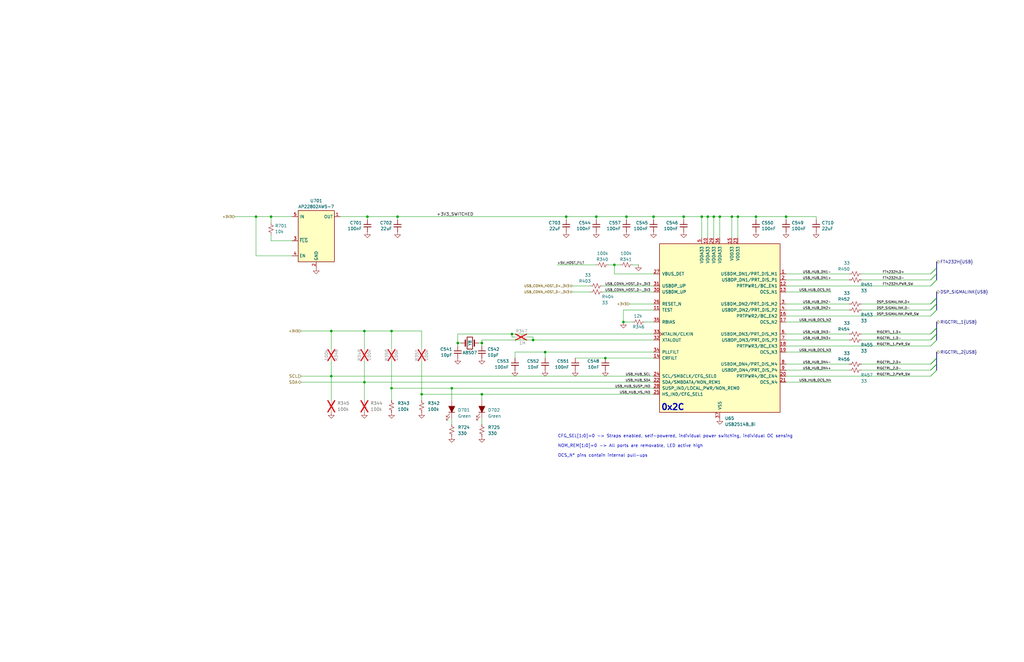
<source format=kicad_sch>
(kicad_sch (version 20250114) (generator "eeschema") (generator_version "9.0")
  (paper "B")
  (title_block (title "COM Port Switcher - 4-Port USB Hub") (date "2025-07-26") (rev "A") (company "Thomas Francois - KX∅STL"))
  (lib_symbols
    (symbol "Device:C_Small" (pin_numbers (hide yes)) (pin_names (offset 0.254) (hide yes))
      (property "Reference" "C" (at 0.254 1.778 0))
      (property "Value" "C_Small" (at 0.254 -2.032 0))
      (symbol "C_Small_0_1"
        (polyline (pts (xy -1.524 0.508) (xy 1.524 0.508)) (stroke (width 0.3048)))
        (polyline (pts (xy -1.524 -0.508) (xy 1.524 -0.508)) (stroke (width 0.3302)))
      )
      (symbol "C_Small_1_1"
        (pin passive line (at 0 2.54 270) (length 2.032) (name "~") (number "1"))
        (pin passive line (at 0 -2.54 90) (length 2.032) (name "~") (number "2"))
      )
    )
    (symbol "Device:Crystal" (pin_numbers (hide yes)) (pin_names (offset 1.016) (hide yes))
      (property "Reference" "Y" (at 0 3.81 0))
      (property "Value" "Crystal" (at 0 -3.81 0))
      (symbol "Crystal_0_1"
        (polyline (pts (xy -2.54 0) (xy -1.905 0)))
        (polyline (pts (xy -1.905 -1.27) (xy -1.905 1.27)) (stroke (width 0.508)))
        (rectangle (start -1.143 2.54) (end 1.143 -2.54) (stroke (width 0.3048)))
        (polyline (pts (xy 1.905 -1.27) (xy 1.905 1.27)) (stroke (width 0.508)))
        (polyline (pts (xy 2.54 0) (xy 1.905 0)))
      )
      (symbol "Crystal_1_1"
        (pin passive line (at -3.81 0 0) (length 1.27) (name "1") (number "1"))
        (pin passive line (at 3.81 0 180) (length 1.27) (name "2") (number "2"))
      )
    )
    (symbol "Device:LED_Filled" (pin_numbers (hide yes)) (pin_names (offset 1.016) (hide yes))
      (property "Reference" "D" (at 0 2.54 0))
      (property "Value" "LED_Filled" (at 0 -2.54 0))
      (symbol "LED_Filled_0_1"
        (polyline (pts (xy -3.048 -0.762) (xy -4.572 -2.286) (xy -3.81 -2.286) (xy -4.572 -2.286) (xy -4.572 -1.524)))
        (polyline (pts (xy -1.778 -0.762) (xy -3.302 -2.286) (xy -2.54 -2.286) (xy -3.302 -2.286) (xy -3.302 -1.524)))
        (polyline (pts (xy -1.27 0) (xy 1.27 0)))
        (polyline (pts (xy -1.27 -1.27) (xy -1.27 1.27)) (stroke (width 0.254)))
        (polyline (pts (xy 1.27 -1.27) (xy 1.27 1.27) (xy -1.27 0) (xy 1.27 -1.27)) (stroke (width 0.254)) (fill (type outline)))
      )
      (symbol "LED_Filled_1_1"
        (pin passive line (at -3.81 0 0) (length 2.54) (name "K") (number "1"))
        (pin passive line (at 3.81 0 180) (length 2.54) (name "A") (number "2"))
      )
    )
    (symbol "Device:R_Small_US" (pin_numbers (hide yes)) (pin_names (offset 0.254) (hide yes))
      (property "Reference" "R" (at 0.762 0.508 0))
      (property "Value" "R_Small_US" (at 0.762 -1.016 0))
      (symbol "R_Small_US_1_1"
        (polyline (pts (xy 0 1.524) (xy 1.016 1.143) (xy 0 0.762) (xy -1.016 0.381) (xy 0 0)))
        (polyline (pts (xy 0 0) (xy 1.016 -0.381) (xy 0 -0.762) (xy -1.016 -1.143) (xy 0 -1.524)))
        (pin passive line (at 0 2.54 270) (length 1.016) (name "~") (number "1"))
        (pin passive line (at 0 -2.54 90) (length 1.016) (name "~") (number "2"))
      )
    )
    (symbol "Interface_USB:USB2514B_Bi" (pin_names (offset 1.016))
      (property "Reference" "U65" (at 2.1433 -38.1 0))
      (property "Value" "USB2514B_Bi" (at 2.1433 -40.64 0))
      (symbol "USB2514B_Bi_0_1"
        (rectangle (start -25.4 35.56) (end 25.4 -35.56) (stroke (width 0.254)) (fill (type background)))
      )
      (symbol "USB2514B_Bi_1_1"
        (pin input line (at -27.94 22.86 0) (length 2.54) (name "VBUS_DET") (number "27"))
        (pin bidirectional line (at -27.94 17.78 0) (length 2.54) (name "USBDP_UP") (number "31"))
        (pin bidirectional line (at -27.94 15.24 0) (length 2.54) (name "USBDM_UP") (number "30"))
        (pin input line (at -27.94 10.16 0) (length 2.54) (name "RESET_N") (number "26"))
        (pin input line (at -27.94 7.62 0) (length 2.54) (name "TEST") (number "11"))
        (pin input line (at -27.94 2.54 0) (length 2.54) (name "RBIAS") (number "35"))
        (pin input clock (at -27.94 -2.54 0) (length 2.54) (name "XTALIN/CLKIN") (number "33"))
        (pin output line (at -27.94 -5.08 0) (length 2.54) (name "XTALOUT") (number "32"))
        (pin input line (at -27.94 -10.16 0) (length 2.54) (name "PLLFILT") (number "34"))
        (pin input line (at -27.94 -12.7 0) (length 2.54) (name "CRFILT") (number "14"))
        (pin bidirectional line (at -27.94 -20.32 0) (length 2.54) (name "SCL/SMBCLK/CFG_SEL0") (number "24"))
        (pin bidirectional line (at -27.94 -22.86 0) (length 2.54) (name "SDA/SMBDATA/NON_REM1") (number "22"))
        (pin bidirectional line (at -27.94 -25.4 0) (length 2.54) (name "SUSP_IND/LOCAL_PWR/NON_REM0") (number "28"))
        (pin bidirectional line (at -27.94 -27.94 0) (length 2.54) (name "HS_IND/CFG_SEL1") (number "25"))
        (pin power_in line (at -7.62 38.1 270) (length 2.54) (name "VDDA33") (number "5"))
        (pin power_in line (at -5.08 38.1 270) (length 2.54) (name "VDDA33") (number "10"))
        (pin power_in line (at -2.54 38.1 270) (length 2.54) (name "VDDA33") (number "29"))
        (pin power_in line (at 0 38.1 270) (length 2.54) (name "VDDA33") (number "36"))
        (pin power_in line (at 0 -38.1 90) (length 2.54) (name "VSS") (number "37"))
        (pin power_in line (at 5.08 38.1 270) (length 2.54) (name "VDD33") (number "15"))
        (pin power_in line (at 7.62 38.1 270) (length 2.54) (name "VDD33") (number "23"))
        (pin bidirectional line (at 27.94 22.86 180) (length 2.54) (name "USBDM_DN1/PRT_DIS_M1") (number "1"))
        (pin bidirectional line (at 27.94 20.32 180) (length 2.54) (name "USBDP_DN1/PRT_DIS_P1") (number "2"))
        (pin bidirectional line (at 27.94 17.78 180) (length 2.54) (name "PRTPWR1/BC_EN1") (number "12"))
        (pin input line (at 27.94 15.24 180) (length 2.54) (name "OCS_N1") (number "13"))
        (pin bidirectional line (at 27.94 10.16 180) (length 2.54) (name "USBDM_DN2/PRT_DIS_M2") (number "3"))
        (pin bidirectional line (at 27.94 7.62 180) (length 2.54) (name "USBDP_DN2/PRT_DIS_P2") (number "4"))
        (pin bidirectional line (at 27.94 5.08 180) (length 2.54) (name "PRTPWR2/BC_EN2") (number "16"))
        (pin input line (at 27.94 2.54 180) (length 2.54) (name "OCS_N2") (number "17"))
        (pin bidirectional line (at 27.94 -2.54 180) (length 2.54) (name "USBDM_DN3/PRT_DIS_M3") (number "6"))
        (pin bidirectional line (at 27.94 -5.08 180) (length 2.54) (name "USBDP_DN3/PRT_DIS_P3") (number "7"))
        (pin bidirectional line (at 27.94 -7.62 180) (length 2.54) (name "PRTPWR3/BC_EN3") (number "18"))
        (pin input line (at 27.94 -10.16 180) (length 2.54) (name "OCS_N3") (number "19"))
        (pin bidirectional line (at 27.94 -15.24 180) (length 2.54) (name "USBDM_DN4/PRT_DIS_M4") (number "8"))
        (pin bidirectional line (at 27.94 -17.78 180) (length 2.54) (name "USBDP_DN4/PRT_DIS_P4") (number "9"))
        (pin bidirectional line (at 27.94 -20.32 180) (length 2.54) (name "PRTPWR4/BC_EN4") (number "20"))
        (pin input line (at 27.94 -22.86 180) (length 2.54) (name "OCS_N4") (number "21"))
      )
    )
    (symbol "Power_Management:AP22804AW5"
      (property "Reference" "U7" (at 0 9.2245 0))
      (property "Value" "AP22802AW5-7" (at 0 6.8002 0))
      (symbol "AP22804AW5_0_1"
        (rectangle (start -7.62 5.08) (end 7.62 -16.51) (stroke (width 0.254)) (fill (type background)))
      )
      (symbol "AP22804AW5_1_1"
        (pin power_in line (at -10.16 2.54 0) (length 2.54) (name "IN") (number "5"))
        (pin open_collector line (at -10.16 -7.62 0) (length 2.54) (name "~{FLG}") (number "3"))
        (pin input line (at -10.16 -13.97 0) (length 2.54) (name "EN") (number "4"))
        (pin power_in line (at 0 -19.05 90) (length 2.54) (name "GND") (number "2"))
        (pin power_out line (at 10.16 2.54 180) (length 2.54) (name "OUT") (number "1"))
      )
    )
    (symbol "power:GND" (power) (pin_numbers (hide yes)) (pin_names (offset 0) (hide yes))
      (property "Value" "GND" (at 0 -3.81 0))
      (symbol "GND_0_1"
        (polyline (pts (xy 0 0) (xy 0 -1.27) (xy 1.27 -1.27) (xy 0 -2.54) (xy -1.27 -1.27) (xy 0 -1.27)))
      )
      (symbol "GND_1_1"
        (pin power_in line (at 0 0 270) (length 0) (name "~") (number "1"))
      )
    )
  )
  (text "0x2C" (at 283.718 171.958 0) (effects (font (size 2.54 2.54) (thickness 0.508) (bold yes))))
  (text "CFG_SEL[1:0]=0 -> Straps enabled, self-powered, individual power switching, individual OC sensing\n\nNOM_REM[1:0]=0 -> All ports are removable, LED active high\n\nOCS_N* pins contain internal pull-ups" (at 235.204 188.214 0) (effects (font (size 1.27 1.27)) (justify left)))
  (junction (at 295.91 91.44))
  (junction (at 275.59 91.44))
  (junction (at 177.8 166.37))
  (junction (at 251.46 91.44))
  (junction (at 262.89 135.89))
  (junction (at 114.3 91.44))
  (junction (at 139.7 139.7))
  (junction (at 264.16 91.44))
  (junction (at 154.94 91.44))
  (junction (at 165.1 139.7))
  (junction (at 298.45 91.44))
  (junction (at 193.04 144.78))
  (junction (at 139.7 158.75))
  (junction (at 259.08 111.76))
  (junction (at 331.47 91.44))
  (junction (at 303.53 91.44))
  (junction (at 203.2 166.37))
  (junction (at 107.95 91.44))
  (junction (at 229.87 148.59))
  (junction (at 167.64 91.44))
  (junction (at 165.1 163.83))
  (junction (at 318.77 91.44))
  (junction (at 153.67 161.29))
  (junction (at 300.99 91.44))
  (junction (at 311.15 91.44))
  (junction (at 288.29 91.44))
  (junction (at 203.2 144.78))
  (junction (at 190.5 163.83))
  (junction (at 215.9 140.97))
  (junction (at 255.27 151.13))
  (junction (at 153.67 139.7))
  (junction (at 224.79 143.51))
  (junction (at 238.76 91.44))
  (junction (at 308.61 91.44))
  (bus_entry (at 394.97 151.13) (size -2.54 2.54))
  (bus_entry (at 394.97 153.67) (size -2.54 2.54))
  (bus_entry (at 394.97 140.97) (size -2.54 2.54))
  (bus_entry (at 394.97 151.13) (size -2.54 2.54))
  (bus_entry (at 394.97 151.13) (size -2.54 2.54))
  (bus_entry (at 394.97 125.73) (size -2.54 2.54))
  (bus_entry (at 394.97 153.67) (size -2.54 2.54))
  (bus_entry (at 394.97 125.73) (size -2.54 2.54))
  (bus_entry (at 394.97 125.73) (size -2.54 2.54))
  (bus_entry (at 394.97 138.43) (size -2.54 2.54))
  (bus_entry (at 394.97 140.97) (size -2.54 2.54))
  (bus_entry (at 394.97 113.03) (size -2.54 2.54))
  (bus_entry (at 394.97 151.13) (size -2.54 2.54))
  (bus_entry (at 394.97 115.57) (size -2.54 2.54))
  (bus_entry (at 394.97 130.81) (size -2.54 2.54))
  (bus_entry (at 394.97 128.27) (size -2.54 2.54))
  (bus_entry (at 394.97 138.43) (size -2.54 2.54))
  (bus_entry (at 394.97 153.67) (size -2.54 2.54))
  (bus_entry (at 394.97 138.43) (size -2.54 2.54))
  (bus_entry (at 394.97 143.51) (size -2.54 2.54))
  (bus_entry (at 394.97 113.03) (size -2.54 2.54))
  (bus_entry (at 394.97 143.51) (size -2.54 2.54))
  (bus_entry (at 394.97 128.27) (size -2.54 2.54))
  (bus_entry (at 394.97 140.97) (size -2.54 2.54))
  (bus_entry (at 394.97 153.67) (size -2.54 2.54))
  (bus_entry (at 394.97 118.11) (size -2.54 2.54))
  (bus_entry (at 394.97 140.97) (size -2.54 2.54))
  (bus_entry (at 394.97 118.11) (size -2.54 2.54))
  (bus_entry (at 394.97 128.27) (size -2.54 2.54))
  (bus_entry (at 394.97 115.57) (size -2.54 2.54))
  (bus_entry (at 394.97 130.81) (size -2.54 2.54))
  (bus_entry (at 394.97 128.27) (size -2.54 2.54))
  (bus_entry (at 394.97 125.73) (size -2.54 2.54))
  (bus_entry (at 394.97 138.43) (size -2.54 2.54))
  (bus_entry (at 394.97 156.21) (size -2.54 2.54))
  (bus_entry (at 394.97 156.21) (size -2.54 2.54))
  (bus (pts (xy 394.97 123.19) (xy 394.97 125.73)))
  (wire (pts (xy 251.46 91.44) (xy 264.16 91.44)))
  (wire (pts (xy 177.8 166.37) (xy 177.8 168.91)))
  (wire (pts (xy 114.3 91.44) (xy 123.19 91.44)))
  (wire (pts (xy 217.17 148.59) (xy 229.87 148.59)))
  (wire (pts (xy 331.47 143.51) (xy 358.14 143.51)))
  (wire (pts (xy 303.53 91.44) (xy 303.53 100.33)))
  (wire (pts (xy 190.5 163.83) (xy 275.59 163.83)))
  (wire (pts (xy 193.04 140.97) (xy 193.04 144.78)))
  (wire (pts (xy 363.22 143.51) (xy 392.43 143.51)))
  (wire (pts (xy 139.7 158.75) (xy 275.59 158.75)))
  (bus (pts (xy 394.97 135.89) (xy 394.97 138.43)))
  (bus (pts (xy 394.97 110.49) (xy 394.97 113.03)))
  (wire (pts (xy 193.04 144.78) (xy 194.31 144.78)))
  (wire (pts (xy 229.87 148.59) (xy 275.59 148.59)))
  (wire (pts (xy 331.47 153.67) (xy 358.14 153.67)))
  (bus (pts (xy 394.97 138.43) (xy 394.97 140.97)))
  (wire (pts (xy 363.22 118.11) (xy 392.43 118.11)))
  (wire (pts (xy 300.99 91.44) (xy 300.99 100.33)))
  (wire (pts (xy 331.47 130.81) (xy 358.14 130.81)))
  (wire (pts (xy 107.95 91.44) (xy 114.3 91.44)))
  (wire (pts (xy 215.9 140.97) (xy 275.59 140.97)))
  (wire (pts (xy 127 161.29) (xy 153.67 161.29)))
  (wire (pts (xy 331.47 133.35) (xy 392.43 133.35)))
  (wire (pts (xy 193.04 146.05) (xy 193.04 144.78)))
  (wire (pts (xy 222.25 142.24) (xy 224.79 142.24)))
  (wire (pts (xy 177.8 166.37) (xy 203.2 166.37)))
  (wire (pts (xy 308.61 91.44) (xy 308.61 100.33)))
  (wire (pts (xy 350.52 148.59) (xy 331.47 148.59)))
  (wire (pts (xy 254 120.65) (xy 275.59 120.65)))
  (wire (pts (xy 127 139.7) (xy 139.7 139.7)))
  (wire (pts (xy 153.67 161.29) (xy 275.59 161.29)))
  (wire (pts (xy 363.22 128.27) (xy 392.43 128.27)))
  (wire (pts (xy 190.5 176.53) (xy 190.5 179.07)))
  (wire (pts (xy 264.16 91.44) (xy 264.16 92.71)))
  (wire (pts (xy 363.22 153.67) (xy 392.43 153.67)))
  (wire (pts (xy 331.47 118.11) (xy 358.14 118.11)))
  (wire (pts (xy 153.67 152.4) (xy 153.67 161.29)))
  (wire (pts (xy 177.8 139.7) (xy 177.8 147.32)))
  (wire (pts (xy 154.94 91.44) (xy 167.64 91.44)))
  (wire (pts (xy 331.47 115.57) (xy 358.14 115.57)))
  (wire (pts (xy 190.5 163.83) (xy 190.5 168.91)))
  (wire (pts (xy 318.77 91.44) (xy 331.47 91.44)))
  (wire (pts (xy 275.59 130.81) (xy 262.89 130.81)))
  (wire (pts (xy 224.79 143.51) (xy 275.59 143.51)))
  (wire (pts (xy 143.51 91.44) (xy 154.94 91.44)))
  (wire (pts (xy 363.22 156.21) (xy 392.43 156.21)))
  (wire (pts (xy 238.76 91.44) (xy 238.76 92.71)))
  (wire (pts (xy 154.94 91.44) (xy 154.94 92.71)))
  (wire (pts (xy 203.2 143.51) (xy 203.2 144.78)))
  (wire (pts (xy 331.47 140.97) (xy 358.14 140.97)))
  (bus (pts (xy 394.97 148.59) (xy 394.97 151.13)))
  (wire (pts (xy 256.54 111.76) (xy 259.08 111.76)))
  (wire (pts (xy 242.57 151.13) (xy 255.27 151.13)))
  (wire (pts (xy 275.59 91.44) (xy 275.59 92.71)))
  (wire (pts (xy 295.91 91.44) (xy 298.45 91.44)))
  (wire (pts (xy 298.45 91.44) (xy 298.45 100.33)))
  (wire (pts (xy 193.04 140.97) (xy 215.9 140.97)))
  (wire (pts (xy 266.7 111.76) (xy 269.24 111.76)))
  (wire (pts (xy 203.2 176.53) (xy 203.2 179.07)))
  (wire (pts (xy 139.7 139.7) (xy 153.67 139.7)))
  (wire (pts (xy 139.7 168.91) (xy 139.7 158.75)))
  (wire (pts (xy 265.43 128.27) (xy 275.59 128.27)))
  (wire (pts (xy 165.1 152.4) (xy 165.1 163.83)))
  (wire (pts (xy 153.67 147.32) (xy 153.67 139.7)))
  (wire (pts (xy 262.89 130.81) (xy 262.89 135.89)))
  (wire (pts (xy 217.17 151.13) (xy 217.17 148.59)))
  (wire (pts (xy 123.19 107.95) (xy 107.95 107.95)))
  (wire (pts (xy 153.67 139.7) (xy 165.1 139.7)))
  (wire (pts (xy 167.64 91.44) (xy 238.76 91.44)))
  (wire (pts (xy 275.59 91.44) (xy 288.29 91.44)))
  (wire (pts (xy 254 123.19) (xy 275.59 123.19)))
  (wire (pts (xy 229.87 148.59) (xy 229.87 151.13)))
  (wire (pts (xy 350.52 161.29) (xy 331.47 161.29)))
  (wire (pts (xy 127 158.75) (xy 139.7 158.75)))
  (wire (pts (xy 139.7 152.4) (xy 139.7 158.75)))
  (wire (pts (xy 153.67 161.29) (xy 153.67 168.91)))
  (wire (pts (xy 238.76 91.44) (xy 251.46 91.44)))
  (wire (pts (xy 215.9 142.24) (xy 215.9 140.97)))
  (wire (pts (xy 139.7 139.7) (xy 139.7 147.32)))
  (wire (pts (xy 298.45 91.44) (xy 300.99 91.44)))
  (bus (pts (xy 394.97 153.67) (xy 394.97 156.21)))
  (wire (pts (xy 203.2 143.51) (xy 224.79 143.51)))
  (bus (pts (xy 394.97 140.97) (xy 394.97 143.51)))
  (wire (pts (xy 303.53 91.44) (xy 308.61 91.44)))
  (wire (pts (xy 165.1 163.83) (xy 190.5 163.83)))
  (wire (pts (xy 224.79 142.24) (xy 224.79 143.51)))
  (wire (pts (xy 363.22 140.97) (xy 392.43 140.97)))
  (wire (pts (xy 251.46 91.44) (xy 251.46 92.71)))
  (wire (pts (xy 331.47 128.27) (xy 358.14 128.27)))
  (bus (pts (xy 394.97 128.27) (xy 394.97 130.81)))
  (wire (pts (xy 288.29 91.44) (xy 295.91 91.44)))
  (wire (pts (xy 165.1 163.83) (xy 165.1 168.91)))
  (wire (pts (xy 363.22 130.81) (xy 392.43 130.81)))
  (wire (pts (xy 363.22 115.57) (xy 392.43 115.57)))
  (wire (pts (xy 311.15 91.44) (xy 311.15 100.33)))
  (wire (pts (xy 271.78 135.89) (xy 275.59 135.89)))
  (wire (pts (xy 123.19 101.6) (xy 114.3 101.6)))
  (wire (pts (xy 331.47 91.44) (xy 344.17 91.44)))
  (wire (pts (xy 167.64 91.44) (xy 167.64 92.71)))
  (wire (pts (xy 259.08 115.57) (xy 259.08 111.76)))
  (wire (pts (xy 331.47 91.44) (xy 331.47 92.71)))
  (wire (pts (xy 259.08 111.76) (xy 261.62 111.76)))
  (wire (pts (xy 300.99 91.44) (xy 303.53 91.44)))
  (wire (pts (xy 350.52 135.89) (xy 331.47 135.89)))
  (wire (pts (xy 308.61 91.44) (xy 311.15 91.44)))
  (wire (pts (xy 295.91 91.44) (xy 295.91 100.33)))
  (wire (pts (xy 165.1 139.7) (xy 165.1 147.32)))
  (bus (pts (xy 394.97 151.13) (xy 394.97 153.67)))
  (wire (pts (xy 217.17 142.24) (xy 215.9 142.24)))
  (wire (pts (xy 203.2 166.37) (xy 275.59 166.37)))
  (wire (pts (xy 331.47 158.75) (xy 392.43 158.75)))
  (wire (pts (xy 318.77 91.44) (xy 318.77 92.71)))
  (wire (pts (xy 107.95 107.95) (xy 107.95 91.44)))
  (bus (pts (xy 394.97 125.73) (xy 394.97 128.27)))
  (wire (pts (xy 99.06 91.44) (xy 107.95 91.44)))
  (wire (pts (xy 264.16 91.44) (xy 275.59 91.44)))
  (wire (pts (xy 114.3 91.44) (xy 114.3 93.98)))
  (wire (pts (xy 203.2 146.05) (xy 203.2 144.78)))
  (wire (pts (xy 311.15 91.44) (xy 318.77 91.44)))
  (wire (pts (xy 262.89 135.89) (xy 266.7 135.89)))
  (wire (pts (xy 203.2 144.78) (xy 201.93 144.78)))
  (wire (pts (xy 255.27 151.13) (xy 275.59 151.13)))
  (wire (pts (xy 331.47 156.21) (xy 358.14 156.21)))
  (bus (pts (xy 394.97 115.57) (xy 394.97 118.11)))
  (wire (pts (xy 344.17 91.44) (xy 344.17 92.71)))
  (wire (pts (xy 165.1 139.7) (xy 177.8 139.7)))
  (wire (pts (xy 350.52 123.19) (xy 331.47 123.19)))
  (wire (pts (xy 275.59 115.57) (xy 259.08 115.57)))
  (wire (pts (xy 203.2 166.37) (xy 203.2 168.91)))
  (wire (pts (xy 288.29 91.44) (xy 288.29 92.71)))
  (wire (pts (xy 241.3 123.19) (xy 248.92 123.19)))
  (bus (pts (xy 394.97 113.03) (xy 394.97 115.57)))
  (wire (pts (xy 234.95 111.76) (xy 251.46 111.76)))
  (wire (pts (xy 331.47 146.05) (xy 392.43 146.05)))
  (wire (pts (xy 177.8 152.4) (xy 177.8 166.37)))
  (wire (pts (xy 114.3 101.6) (xy 114.3 99.06)))
  (wire (pts (xy 241.3 120.65) (xy 248.92 120.65)))
  (wire (pts (xy 331.47 120.65) (xy 392.43 120.65)))
  (label "USB_HUB_DN2-" (at 350.52 128.27 180) (effects (font (size 1 1))))
  (label "FT4232H.D-" (at 372.11 118.11 0) (effects (font (size 0.9906 0.9906))))
  (label "USB_HUB_DN1+" (at 350.52 118.11 180) (effects (font (size 1 1))))
  (label "RIGCRTL_1.D+" (at 369.57 140.97 0) (effects (font (size 0.9906 0.9906))))
  (label "RIGCTRL_1.PWR_SW" (at 369.57 146.05 0) (effects (font (size 0.9906 0.9906))))
  (label "RIGCTRL_1.D-" (at 369.57 143.51 0) (effects (font (size 0.9906 0.9906))))
  (label "USB_HUB_DN4+" (at 350.52 156.21 180) (effects (font (size 1 1))))
  (label "USB_HUB_DN3-" (at 350.52 140.97 180) (effects (font (size 1 1))))
  (label "USB_HUB_DN1-" (at 350.52 115.57 180) (effects (font (size 1 1))))
  (label "DSP_SIGMALINK.D-" (at 369.57 130.81 0) (effects (font (size 0.9906 0.9906))))
  (label "USB_HUB_OCS_N2" (at 350.52 135.89 180) (effects (font (size 1 1))))
  (label "DSP_SIGMALINK.PWR_SW" (at 369.57 133.35 0) (effects (font (size 0.9906 0.9906))))
  (label "RIGCTRL_2.D-" (at 369.57 156.21 0) (effects (font (size 0.9906 0.9906))))
  (label "USB_HUB_HS_IND" (at 274.32 166.37 180) (effects (font (size 1 1))))
  (label "+5V_HOST_FILT" (at 234.95 111.76 0) (effects (font (size 1 1))))
  (label "USB_HUB_SUSP_IND" (at 274.32 163.83 180) (effects (font (size 1 1))))
  (label "FT4232H.D+" (at 372.11 115.57 0) (effects (font (size 0.9906 0.9906))))
  (label "USB_HUB_OCS_N1" (at 350.52 123.19 180) (effects (font (size 1 1))))
  (label "RIGCTRL_2.D+" (at 369.57 153.67 0) (effects (font (size 0.9906 0.9906))))
  (label "RIGCTRL_2.PWR_SW" (at 369.57 158.75 0) (effects (font (size 0.9906 0.9906))))
  (label "USB_HUB_DN2+" (at 350.52 130.81 180) (effects (font (size 1 1))))
  (label "+3V3_SWITCHED" (at 184.15 91.44 0))
  (label "USB_HUB_SDA" (at 274.32 161.29 180) (effects (font (size 1 1))))
  (label "USB_HUB_DN4-" (at 350.52 153.67 180) (effects (font (size 1 1))))
  (label "USB_HUB_OCS_N3" (at 350.52 148.59 180) (effects (font (size 1 1))))
  (label "FT4232H.PWR_SW" (at 372.11 120.65 0) (effects (font (size 0.9906 0.9906))))
  (label "USB_HUB_DN3+" (at 350.52 143.51 180) (effects (font (size 1 1))))
  (label "DSP_SIGMALINK.D+" (at 369.57 128.27 0) (effects (font (size 0.9906 0.9906))))
  (label "USB_HUB_SCL" (at 274.32 158.75 180) (effects (font (size 1 1))))
  (label "USB_CONN_HOST_D+_3V3" (at 274.32 120.65 180) (effects (font (size 1 1))))
  (label "USB_CONN_HOST_D-_3V3" (at 274.32 123.19 180) (effects (font (size 1 1))))
  (label "USB_HUB_OCS_N4" (at 350.52 161.29 180) (effects (font (size 1 1))))
  (hierarchical_label "USB_CONN_HOST_D+_3V3" (shape bidirectional) (at 241.3 120.65 180) (effects (font (size 1 1))))
  (hierarchical_label "+3V3" (shape input) (at 127 139.7 180) (effects (font (size 1 1))))
  (hierarchical_label "RIGCTRL_2{USB}" (shape bidirectional) (at 394.97 148.59 0))
  (hierarchical_label "SDA" (shape bidirectional) (at 127 161.29 180))
  (hierarchical_label "+3V3" (shape input) (at 99.06 91.44 180) (effects (font (size 1 1))))
  (hierarchical_label "SCL" (shape input) (at 127 158.75 180))
  (hierarchical_label "RIGCTRL_1{USB}" (shape bidirectional) (at 394.97 135.89 0))
  (hierarchical_label "+3V3" (shape input) (at 265.43 128.27 180) (effects (font (size 1 1))))
  (hierarchical_label "FT4232H{USB}" (shape bidirectional) (at 394.97 110.49 0))
  (hierarchical_label "USB_CONN_HOST_D-_3V3" (shape bidirectional) (at 241.3 123.19 180) (effects (font (size 1 1))))
  (hierarchical_label "DSP_SIGMALINK{USB}" (shape bidirectional) (at 394.97 123.19 0))
  (symbol (lib_id "Power_Management:AP22804AW5") (at 133.35 93.98 0) (unit 1)
    (property "Reference" "U701" (at 133.35 84.7555 0))
    (property "Value" "AP22802AW5-7" (at 133.35 87.1798 0))
    (property "Footprint" "Package_TO_SOT_SMD:SC-74A-5_1.55x2.9mm_P0.95mm" (effects (hide yes)))
    (property "Datasheet" "https://www.diodes.com/assets/Datasheets/products_inactive_data/AP22802.pdf" (effects (hide yes)))
    (property "Description" "SINGLE CHANNEL POWER DISTRIBUTION LOAD SWITCH" (effects (hide yes)))
  )
  (symbol (lib_id "power:GND") (at 167.64 97.79 0) (unit 1)
    (property "Reference" "#PWR0702" (effects (hide yes)))
    (property "Value" "GND" (effects (hide yes)))
    (property "Description" "Power symbol creates a global label with name \"GND\" , ground" (effects (hide yes)))
  )
  (symbol (lib_id "power:GND") (at 154.94 97.79 0) (mirror y) (unit 1)
    (property "Reference" "#PWR0701" (effects (hide yes)))
    (property "Value" "GND" (effects (hide yes)))
    (property "Description" "Power symbol creates a global label with name \"GND\" , ground" (effects (hide yes)))
  )
  (symbol (lib_id "Device:R_Small_US") (at 177.8 149.86 0) (unit 1) (in_bom no) (dnp yes)
    (property "Reference" "R717" (at 175.768 149.86 90))
    (property "Value" "100k" (at 179.832 149.86 90))
    (property "Footprint" "Libraries:Worthington_R_0402" (effects (hide yes)))
    (property "Description" "Resistor, small US symbol" (effects (hide yes)))
    (instances (project "PilotAudioPanel" (path "" (reference "R351") (unit 1))) (project "COM Switcher" (path "" (reference "R717") (unit 1))))
  )
  (symbol (lib_id "Device:C_Small") (at 331.47 95.25 0) (unit 1)
    (property "Reference" "C709" (at 333.7941 94.0441 0) (effects (justify left)))
    (property "Value" "100nF" (at 333.7941 96.4684 0) (effects (justify left)))
    (property "Footprint" "Libraries:Worthington_C_0402" (effects (hide yes)))
    (property "Description" "Unpolarized capacitor, small symbol" (effects (hide yes)))
    (instances (project "PilotAudioPanel" (path "" (reference "C549") (unit 1))) (project "COM Switcher" (path "" (reference "C709") (unit 1))))
  )
  (symbol (lib_id "Device:R_Small_US") (at 360.68 115.57 90) (unit 1)
    (property "Reference" "R704" (at 358.394 113.538 90) (effects (justify left)))
    (property "Value" "33" (at 358.394 110.998 90) (effects (justify left)))
    (property "Footprint" "Libraries:Worthington_R_0402" (effects (hide yes)))
    (property "Description" "Resistor, small US symbol" (effects (hide yes)))
    (instances (project "PilotAudioPanel" (path "" (reference "R450") (unit 1))) (project "COM Switcher" (path "" (reference "R704") (unit 1))))
  )
  (symbol (lib_id "Device:R_Small_US") (at 153.67 149.86 0) (unit 1) (in_bom no) (dnp yes)
    (property "Reference" "R715" (at 151.638 149.86 90))
    (property "Value" "100k" (at 155.702 149.86 90))
    (property "Footprint" "Libraries:Worthington_R_0402" (effects (hide yes)))
    (property "Description" "Resistor, small US symbol" (effects (hide yes)))
    (instances (project "PilotAudioPanel" (path "" (reference "R349") (unit 1))) (project "COM Switcher" (path "" (reference "R715") (unit 1))))
  )
  (symbol (lib_id "Device:C_Small") (at 288.29 95.25 0) (mirror y) (unit 1)
    (property "Reference" "C707" (at 285.9659 94.0441 0) (effects (justify left)))
    (property "Value" "100nF" (at 285.9659 96.4684 0) (effects (justify left)))
    (property "Footprint" "Libraries:Worthington_C_0402" (effects (hide yes)))
    (property "Description" "Unpolarized capacitor, small symbol" (effects (hide yes)))
    (instances (project "PilotAudioPanel" (path "" (reference "C546") (unit 1))) (project "COM Switcher" (path "" (reference "C707") (unit 1))))
  )
  (symbol (lib_id "power:GND") (at 190.5 184.15 0) (unit 1)
    (property "Reference" "#PWR0725" (effects (hide yes)))
    (property "Value" "GND" (effects (hide yes)))
    (property "Description" "Power symbol creates a global label with name \"GND\" , ground" (effects (hide yes)))
  )
  (symbol (lib_id "Device:C_Small") (at 217.17 153.67 0) (unit 1)
    (property "Reference" "C713" (at 214.63 152.4062 0) (effects (justify right)))
    (property "Value" "100nF" (at 214.63 154.9462 0) (effects (justify right)))
    (property "Footprint" "Libraries:Worthington_C_0402" (effects (hide yes)))
    (property "Description" "Unpolarized capacitor, small symbol" (effects (hide yes)))
    (instances (project "PilotAudioPanel" (path "" (reference "C553") (unit 1))) (project "COM Switcher" (path "" (reference "C713") (unit 1))))
  )
  (symbol (lib_id "Device:R_Small_US") (at 139.7 149.86 180) (unit 1) (in_bom no) (dnp yes)
    (property "Reference" "R714" (at 141.732 149.86 90))
    (property "Value" "100k" (at 137.668 149.86 90))
    (property "Footprint" "Libraries:Worthington_R_0402" (effects (hide yes)))
    (property "Description" "Resistor, small US symbol" (effects (hide yes)))
    (instances (project "PilotAudioPanel" (path "" (reference "R348") (unit 1))) (project "COM Switcher" (path "" (reference "R714") (unit 1))))
  )
  (symbol (lib_id "Device:R_Small_US") (at 360.68 156.21 270) (unit 1)
    (property "Reference" "R719" (at 362.966 158.242 90) (effects (justify left)))
    (property "Value" "33" (at 362.966 160.782 90) (effects (justify left)))
    (property "Footprint" "Libraries:Worthington_R_0402" (effects (hide yes)))
    (property "Description" "Resistor, small US symbol" (effects (hide yes)))
    (instances (project "PilotAudioPanel" (path "" (reference "R457") (unit 1))) (project "COM Switcher" (path "" (reference "R719") (unit 1))))
  )
  (symbol (lib_id "Interface_USB:USB2514B_Bi") (at 303.53 138.43 0) (unit 1)
    (property "Reference" "U702" (at 305.6733 176.53 0) (effects (justify left)))
    (property "Value" "USB2514B_Bi" (at 305.6733 179.07 0) (effects (justify left)))
    (property "Footprint" "Package_DFN_QFN:QFN-36-1EP_6x6mm_P0.5mm_EP3.7x3.7mm" (effects (hide yes)))
    (property "Datasheet" "http://ww1.microchip.com/downloads/en/DeviceDoc/00001692C.pdf" (effects (hide yes)))
    (property "Description" "USB 2.0 Hi-Speed Hub Controller" (effects (hide yes)))
    (instances (project "" (path "" (reference "U65") (unit 1))) (project "COM Switcher" (path "" (reference "U702") (unit 1))))
  )
  (symbol (lib_id "power:GND") (at 303.53 176.53 0) (mirror y) (unit 1)
    (property "Reference" "#PWR0724" (effects (hide yes)))
    (property "Value" "GND" (effects (hide yes)))
    (property "Description" "Power symbol creates a global label with name \"GND\" , ground" (effects (hide yes)))
    (instances (project "PilotAudioPanel" (path "" (reference "#PWR0697") (unit 1))) (project "COM Switcher" (path "" (reference "#PWR0724") (unit 1))))
  )
  (symbol (lib_id "power:GND") (at 269.24 111.76 0) (unit 1)
    (property "Reference" "#PWR0711" (effects (hide yes)))
    (property "Value" "GND" (effects (hide yes)))
    (property "Description" "Power symbol creates a global label with name \"GND\" , ground" (effects (hide yes)))
    (instances (project "PilotAudioPanel" (path "" (reference "#PWR0705") (unit 1))) (project "COM Switcher" (path "" (reference "#PWR0711") (unit 1))))
  )
  (symbol (lib_id "power:GND") (at 153.67 173.99 0) (unit 1)
    (property "Reference" "#PWR0721" (effects (hide yes)))
    (property "Value" "GND" (effects (hide yes)))
    (property "Description" "Power symbol creates a global label with name \"GND\" , ground" (effects (hide yes)))
    (instances (project "PilotAudioPanel" (path "" (reference "#PWR0711") (unit 1))) (project "COM Switcher" (path "" (reference "#PWR0721") (unit 1))))
  )
  (symbol (lib_id "Device:R_Small_US") (at 165.1 171.45 0) (unit 1)
    (property "Reference" "R722" (at 167.64 170.1799 0) (effects (justify left)))
    (property "Value" "100k" (at 167.64 172.7199 0) (effects (justify left)))
    (property "Footprint" "Libraries:Worthington_R_0402" (effects (hide yes)))
    (property "Description" "Resistor, small US symbol" (effects (hide yes)))
    (instances (project "PilotAudioPanel" (path "" (reference "R343") (unit 1))) (project "COM Switcher" (path "" (reference "R722") (unit 1))))
  )
  (symbol (lib_id "Device:C_Small") (at 344.17 95.25 0) (mirror y) (unit 1)
    (property "Reference" "C710" (at 346.4941 94.0441 0) (effects (justify right)))
    (property "Value" "22uF" (at 346.4941 96.4684 0) (effects (justify right)))
    (property "Footprint" "Libraries:Worthington_C_0603" (effects (hide yes)))
    (property "Description" "Unpolarized capacitor, small symbol" (effects (hide yes)))
  )
  (symbol (lib_id "Device:C_Small") (at 238.76 95.25 0) (unit 1)
    (property "Reference" "C703" (at 236.4359 94.0441 0) (effects (justify right)))
    (property "Value" "22uF" (at 236.4359 96.4684 0) (effects (justify right)))
    (property "Footprint" "Libraries:Worthington_C_0603" (effects (hide yes)))
    (property "Description" "Unpolarized capacitor, small symbol" (effects (hide yes)))
  )
  (symbol (lib_id "Device:C_Small") (at 193.04 148.59 0) (mirror y) (unit 1)
    (property "Reference" "C711" (at 190.7159 147.3841 0) (effects (justify left)))
    (property "Value" "10pF" (at 190.7159 149.8084 0) (effects (justify left)))
    (property "Footprint" "Libraries:Worthington_C_0402" (effects (hide yes)))
    (property "Description" "Unpolarized capacitor, small symbol" (effects (hide yes)))
    (instances (project "PilotAudioPanel" (path "" (reference "C541") (unit 1))) (project "COM Switcher" (path "" (reference "C711") (unit 1))))
  )
  (symbol (lib_id "Device:R_Small_US") (at 114.3 96.52 0) (unit 1)
    (property "Reference" "R701" (at 115.951 95.3078 0) (effects (justify left)))
    (property "Value" "10k" (at 115.951 97.7321 0) (effects (justify left)))
    (property "Footprint" "Libraries:Worthington_R_0402" (effects (hide yes)))
    (property "Description" "Resistor, small US symbol" (effects (hide yes)))
  )
  (symbol (lib_id "power:GND") (at 262.89 135.89 0) (unit 1)
    (property "Reference" "#PWR0713" (effects (hide yes)))
    (property "Value" "GND" (effects (hide yes)))
    (property "Description" "Power symbol creates a global label with name \"GND\" , ground" (effects (hide yes)))
    (instances (project "PilotAudioPanel" (path "" (reference "#PWR0717") (unit 1))) (project "COM Switcher" (path "" (reference "#PWR0713") (unit 1))))
  )
  (symbol (lib_id "Device:R_Small_US") (at 360.68 153.67 90) (unit 1)
    (property "Reference" "R718" (at 358.394 151.638 90) (effects (justify left)))
    (property "Value" "33" (at 358.394 149.098 90) (effects (justify left)))
    (property "Footprint" "Libraries:Worthington_R_0402" (effects (hide yes)))
    (property "Description" "Resistor, small US symbol" (effects (hide yes)))
    (instances (project "PilotAudioPanel" (path "" (reference "R456") (unit 1))) (project "COM Switcher" (path "" (reference "R718") (unit 1))))
  )
  (symbol (lib_id "power:GND") (at 139.7 173.99 0) (unit 1)
    (property "Reference" "#PWR0720" (effects (hide yes)))
    (property "Value" "GND" (effects (hide yes)))
    (property "Description" "Power symbol creates a global label with name \"GND\" , ground" (effects (hide yes)))
    (instances (project "PilotAudioPanel" (path "" (reference "#PWR0712") (unit 1))) (project "COM Switcher" (path "" (reference "#PWR0720") (unit 1))))
  )
  (symbol (lib_id "power:GND") (at 203.2 151.13 0) (unit 1)
    (property "Reference" "#PWR0715" (effects (hide yes)))
    (property "Value" "GND" (effects (hide yes)))
    (property "Description" "Power symbol creates a global label with name \"GND\" , ground" (effects (hide yes)))
    (instances (project "PilotAudioPanel" (path "" (reference "#PWR0699") (unit 1))) (project "COM Switcher" (path "" (reference "#PWR0715") (unit 1))))
  )
  (symbol (lib_id "power:GND") (at 275.59 97.79 0) (mirror y) (unit 1)
    (property "Reference" "#PWR0706" (effects (hide yes)))
    (property "Value" "GND" (effects (hide yes)))
    (property "Description" "Power symbol creates a global label with name \"GND\" , ground" (effects (hide yes)))
    (instances (project "PilotAudioPanel" (path "" (reference "#PWR0702") (unit 1))) (project "COM Switcher" (path "" (reference "#PWR0706") (unit 1))))
  )
  (symbol (lib_id "power:GND") (at 255.27 156.21 0) (mirror y) (unit 1)
    (property "Reference" "#PWR0719" (effects (hide yes)))
    (property "Value" "GND" (effects (hide yes)))
    (property "Description" "Power symbol creates a global label with name \"GND\" , ground" (effects (hide yes)))
    (instances (project "PilotAudioPanel" (path "" (reference "#PWR0713") (unit 1))) (project "COM Switcher" (path "" (reference "#PWR0719") (unit 1))))
  )
  (symbol (lib_id "Device:C_Small") (at 251.46 95.25 0) (mirror y) (unit 1)
    (property "Reference" "C704" (at 249.1359 94.0441 0) (effects (justify left)))
    (property "Value" "100nF" (at 249.1359 96.4684 0) (effects (justify left)))
    (property "Footprint" "Libraries:Worthington_C_0402" (effects (hide yes)))
    (property "Description" "Unpolarized capacitor, small symbol" (effects (hide yes)))
    (instances (project "PilotAudioPanel" (path "" (reference "C544") (unit 1))) (project "COM Switcher" (path "" (reference "C704") (unit 1))))
  )
  (symbol (lib_id "power:GND") (at 288.29 97.79 0) (mirror y) (unit 1)
    (property "Reference" "#PWR0707" (effects (hide yes)))
    (property "Value" "GND" (effects (hide yes)))
    (property "Description" "Power symbol creates a global label with name \"GND\" , ground" (effects (hide yes)))
    (instances (project "PilotAudioPanel" (path "" (reference "#PWR0703") (unit 1))) (project "COM Switcher" (path "" (reference "#PWR0707") (unit 1))))
  )
  (symbol (lib_id "power:GND") (at 331.47 97.79 0) (unit 1)
    (property "Reference" "#PWR0709" (effects (hide yes)))
    (property "Value" "GND" (effects (hide yes)))
    (property "Description" "Power symbol creates a global label with name \"GND\" , ground" (effects (hide yes)))
    (instances (project "PilotAudioPanel" (path "" (reference "#PWR0706") (unit 1))) (project "COM Switcher" (path "" (reference "#PWR0709") (unit 1))))
  )
  (symbol (lib_id "Device:C_Small") (at 318.77 95.25 0) (unit 1)
    (property "Reference" "C708" (at 321.0941 94.0441 0) (effects (justify left)))
    (property "Value" "100nF" (at 321.0941 96.4684 0) (effects (justify left)))
    (property "Footprint" "Libraries:Worthington_C_0402" (effects (hide yes)))
    (property "Description" "Unpolarized capacitor, small symbol" (effects (hide yes)))
    (instances (project "PilotAudioPanel" (path "" (reference "C550") (unit 1))) (project "COM Switcher" (path "" (reference "C708") (unit 1))))
  )
  (symbol (lib_id "Device:R_Small_US") (at 360.68 128.27 90) (unit 1)
    (property "Reference" "R708" (at 358.394 126.238 90) (effects (justify left)))
    (property "Value" "33" (at 358.394 123.698 90) (effects (justify left)))
    (property "Footprint" "Libraries:Worthington_R_0402" (effects (hide yes)))
    (property "Description" "Resistor, small US symbol" (effects (hide yes)))
    (instances (project "PilotAudioPanel" (path "" (reference "R452") (unit 1))) (project "COM Switcher" (path "" (reference "R708") (unit 1))))
  )
  (symbol (lib_id "Device:R_Small_US") (at 165.1 149.86 0) (unit 1) (in_bom no) (dnp yes)
    (property "Reference" "R716" (at 163.068 149.86 90))
    (property "Value" "100k" (at 167.132 149.86 90))
    (property "Footprint" "Libraries:Worthington_R_0402" (effects (hide yes)))
    (property "Description" "Resistor, small US symbol" (effects (hide yes)))
    (instances (project "PilotAudioPanel" (path "" (reference "R350") (unit 1))) (project "COM Switcher" (path "" (reference "R716") (unit 1))))
  )
  (symbol (lib_id "Device:C_Small") (at 229.87 153.67 0) (unit 1)
    (property "Reference" "C714" (at 227.33 152.4062 0) (effects (justify right)))
    (property "Value" "10nF" (at 227.33 154.9462 0) (effects (justify right)))
    (property "Footprint" "Libraries:Worthington_C_0402" (effects (hide yes)))
    (property "Description" "Unpolarized capacitor, small symbol" (effects (hide yes)))
    (instances (project "PilotAudioPanel" (path "" (reference "C552") (unit 1))) (project "COM Switcher" (path "" (reference "C714") (unit 1))))
  )
  (symbol (lib_id "Device:R_Small_US") (at 190.5 181.61 180) (unit 1)
    (property "Reference" "R724" (at 193.04 180.3399 0) (effects (justify right)))
    (property "Value" "330" (at 193.04 182.8799 0) (effects (justify right)))
    (property "Footprint" "Libraries:Worthington_R_0603" (effects (hide yes)))
    (property "Description" "Resistor, small US symbol" (effects (hide yes)))
    (property "DigiKey Part Number" "311-510HRCT-ND" (effects (hide yes)))
  )
  (symbol (lib_id "Device:C_Small") (at 167.64 95.25 0) (unit 1)
    (property "Reference" "C702" (at 165.3159 94.0441 0) (effects (justify right)))
    (property "Value" "22uF" (at 165.3159 96.4684 0) (effects (justify right)))
    (property "Footprint" "Libraries:Worthington_C_0603" (effects (hide yes)))
    (property "Description" "Unpolarized capacitor, small symbol" (effects (hide yes)))
  )
  (symbol (lib_id "Device:Crystal") (at 198.12 144.78 0) (mirror y) (unit 1)
    (property "Reference" "Y701" (at 198.12 144.78 90))
    (property "Value" "ABS07" (at 198.12 148.844 0))
    (property "Footprint" "Crystal:Crystal_SMD_Abracon_ABM3-2Pin_5.0x3.2mm_HandSoldering" (effects (hide yes)))
    (property "Datasheet" "https://abracon.com/Resonators/ABS07.pdf" (effects (hide yes)))
    (property "Description" "Two pin crystal" (effects (hide yes)))
    (instances (project "PilotAudioPanel" (path "" (reference "Y8") (unit 1))) (project "COM Switcher" (path "" (reference "Y701") (unit 1))))
  )
  (symbol (lib_id "Device:R_Small_US") (at 203.2 181.61 180) (unit 1)
    (property "Reference" "R725" (at 205.74 180.3399 0) (effects (justify right)))
    (property "Value" "330" (at 205.74 182.8799 0) (effects (justify right)))
    (property "Footprint" "Libraries:Worthington_R_0603" (effects (hide yes)))
    (property "Description" "Resistor, small US symbol" (effects (hide yes)))
    (property "DigiKey Part Number" "311-510HRCT-ND" (effects (hide yes)))
  )
  (symbol (lib_id "Device:C_Small") (at 242.57 153.67 0) (unit 1)
    (property "Reference" "C715" (at 240.03 152.4062 0) (effects (justify right)))
    (property "Value" "100nF" (at 240.03 154.9462 0) (effects (justify right)))
    (property "Footprint" "Libraries:Worthington_C_0402" (effects (hide yes)))
    (property "Description" "Unpolarized capacitor, small symbol" (effects (hide yes)))
    (instances (project "PilotAudioPanel" (path "" (reference "C551") (unit 1))) (project "COM Switcher" (path "" (reference "C715") (unit 1))))
  )
  (symbol (lib_id "Device:R_Small_US") (at 139.7 171.45 0) (unit 1) (in_bom no) (dnp yes)
    (property "Reference" "R720" (at 142.24 170.1799 0) (effects (justify left)))
    (property "Value" "100k" (at 142.24 172.7199 0) (effects (justify left)))
    (property "Footprint" "Libraries:Worthington_R_0402" (effects (hide yes)))
    (property "Description" "Resistor, small US symbol" (effects (hide yes)))
    (instances (project "PilotAudioPanel" (path "" (reference "R345") (unit 1))) (project "COM Switcher" (path "" (reference "R720") (unit 1))))
  )
  (symbol (lib_id "Device:LED_Filled") (at 190.5 172.72 270) (mirror x) (unit 1)
    (property "Reference" "D701" (at 193.04 173.0374 90) (effects (justify left)))
    (property "Value" "Green" (at 193.04 175.5774 90) (effects (justify left)))
    (property "Footprint" "LED_THT:LED_D5.0mm" (effects (hide yes)))
    (property "Description" "Light emitting diode, filled shape" (effects (hide yes)))
    (property "DigiKey Part Number" "732-5016-ND" (effects (hide yes)))
  )
  (symbol (lib_id "Device:R_Small_US") (at 360.68 118.11 270) (unit 1)
    (property "Reference" "R705" (at 362.966 120.142 90) (effects (justify left)))
    (property "Value" "33" (at 362.966 122.682 90) (effects (justify left)))
    (property "Footprint" "Libraries:Worthington_R_0402" (effects (hide yes)))
    (property "Description" "Resistor, small US symbol" (effects (hide yes)))
    (instances (project "PilotAudioPanel" (path "" (reference "R451") (unit 1))) (project "COM Switcher" (path "" (reference "R705") (unit 1))))
  )
  (symbol (lib_id "power:GND") (at 344.17 97.79 0) (mirror y) (unit 1)
    (property "Reference" "#PWR0710" (effects (hide yes)))
    (property "Value" "GND" (effects (hide yes)))
    (property "Description" "Power symbol creates a global label with name \"GND\" , ground" (effects (hide yes)))
  )
  (symbol (lib_id "power:GND") (at 238.76 97.79 0) (unit 1)
    (property "Reference" "#PWR0703" (effects (hide yes)))
    (property "Value" "GND" (effects (hide yes)))
    (property "Description" "Power symbol creates a global label with name \"GND\" , ground" (effects (hide yes)))
  )
  (symbol (lib_id "Device:R_Small_US") (at 264.16 111.76 90) (unit 1)
    (property "Reference" "R703" (at 266.446 109.474 90) (effects (justify left)))
    (property "Value" "100k" (at 266.446 106.934 90) (effects (justify left)))
    (property "Footprint" "Libraries:Worthington_R_0402" (effects (hide yes)))
    (property "Description" "Resistor, small US symbol" (effects (hide yes)))
    (instances (project "PilotAudioPanel" (path "" (reference "R341") (unit 1))) (project "COM Switcher" (path "" (reference "R703") (unit 1))))
  )
  (symbol (lib_id "power:GND") (at 318.77 97.79 0) (unit 1)
    (property "Reference" "#PWR0708" (effects (hide yes)))
    (property "Value" "GND" (effects (hide yes)))
    (property "Description" "Power symbol creates a global label with name \"GND\" , ground" (effects (hide yes)))
    (instances (project "PilotAudioPanel" (path "" (reference "#PWR0707") (unit 1))) (project "COM Switcher" (path "" (reference "#PWR0708") (unit 1))))
  )
  (symbol (lib_id "Device:R_Small_US") (at 153.67 171.45 0) (unit 1) (in_bom no) (dnp yes)
    (property "Reference" "R721" (at 156.21 170.1799 0) (effects (justify left)))
    (property "Value" "100k" (at 156.21 172.7199 0) (effects (justify left)))
    (property "Footprint" "Libraries:Worthington_R_0402" (effects (hide yes)))
    (property "Description" "Resistor, small US symbol" (effects (hide yes)))
    (instances (project "PilotAudioPanel" (path "" (reference "R344") (unit 1))) (project "COM Switcher" (path "" (reference "R721") (unit 1))))
  )
  (symbol (lib_id "Device:R_Small_US") (at 219.71 142.24 90) (unit 1) (dnp yes)
    (property "Reference" "R712" (at 222.504 139.7 90) (effects (justify left)))
    (property "Value" "1M" (at 221.742 144.78 90) (effects (justify left)))
    (property "Footprint" "Libraries:Worthington_R_0402" (effects (hide yes)))
    (property "Description" "Resistor, small US symbol" (effects (hide yes)))
    (instances (project "PilotAudioPanel" (path "" (reference "R347") (unit 1))) (project "COM Switcher" (path "" (reference "R712") (unit 1))))
  )
  (symbol (lib_id "Device:R_Small_US") (at 251.46 120.65 90) (unit 1)
    (property "Reference" "R706" (at 249.174 118.618 90) (effects (justify left)))
    (property "Value" "33" (at 249.174 116.078 90) (effects (justify left)))
    (property "Footprint" "Libraries:Worthington_R_0402" (effects (hide yes)))
    (property "Description" "Resistor, small US symbol" (effects (hide yes)))
    (instances (project "PilotAudioPanel" (path "" (reference "R403") (unit 1))) (project "COM Switcher" (path "" (reference "R706") (unit 1))))
  )
  (symbol (lib_id "Device:C_Small") (at 264.16 95.25 0) (mirror y) (unit 1)
    (property "Reference" "C705" (at 261.8359 94.0441 0) (effects (justify left)))
    (property "Value" "100nF" (at 261.8359 96.4684 0) (effects (justify left)))
    (property "Footprint" "Libraries:Worthington_C_0402" (effects (hide yes)))
    (property "Description" "Unpolarized capacitor, small symbol" (effects (hide yes)))
    (instances (project "PilotAudioPanel" (path "" (reference "C557") (unit 1))) (project "COM Switcher" (path "" (reference "C705") (unit 1))))
  )
  (symbol (lib_id "Device:C_Small") (at 275.59 95.25 0) (mirror y) (unit 1)
    (property "Reference" "C706" (at 273.2659 94.0441 0) (effects (justify left)))
    (property "Value" "100nF" (at 273.2659 96.4684 0) (effects (justify left)))
    (property "Footprint" "Libraries:Worthington_C_0402" (effects (hide yes)))
    (property "Description" "Unpolarized capacitor, small symbol" (effects (hide yes)))
    (instances (project "PilotAudioPanel" (path "" (reference "C545") (unit 1))) (project "COM Switcher" (path "" (reference "C706") (unit 1))))
  )
  (symbol (lib_id "power:GND") (at 229.87 156.21 0) (mirror y) (unit 1)
    (property "Reference" "#PWR0717" (effects (hide yes)))
    (property "Value" "GND" (effects (hide yes)))
    (property "Description" "Power symbol creates a global label with name \"GND\" , ground" (effects (hide yes)))
    (instances (project "PilotAudioPanel" (path "" (reference "#PWR0715") (unit 1))) (project "COM Switcher" (path "" (reference "#PWR0717") (unit 1))))
  )
  (symbol (lib_id "Device:R_Small_US") (at 251.46 123.19 270) (unit 1)
    (property "Reference" "R707" (at 253.746 125.222 90) (effects (justify left)))
    (property "Value" "33" (at 253.746 127.762 90) (effects (justify left)))
    (property "Footprint" "Libraries:Worthington_R_0402" (effects (hide yes)))
    (property "Description" "Resistor, small US symbol" (effects (hide yes)))
    (instances (project "PilotAudioPanel" (path "" (reference "R404") (unit 1))) (project "COM Switcher" (path "" (reference "R707") (unit 1))))
  )
  (symbol (lib_id "power:GND") (at 165.1 173.99 0) (unit 1)
    (property "Reference" "#PWR0722" (effects (hide yes)))
    (property "Value" "GND" (effects (hide yes)))
    (property "Description" "Power symbol creates a global label with name \"GND\" , ground" (effects (hide yes)))
    (instances (project "PilotAudioPanel" (path "" (reference "#PWR0710") (unit 1))) (project "COM Switcher" (path "" (reference "#PWR0722") (unit 1))))
  )
  (symbol (lib_id "power:GND") (at 251.46 97.79 0) (mirror y) (unit 1)
    (property "Reference" "#PWR0704" (effects (hide yes)))
    (property "Value" "GND" (effects (hide yes)))
    (property "Description" "Power symbol creates a global label with name \"GND\" , ground" (effects (hide yes)))
    (instances (project "PilotAudioPanel" (path "" (reference "#PWR0701") (unit 1))) (project "COM Switcher" (path "" (reference "#PWR0704") (unit 1))))
  )
  (symbol (lib_id "Device:R_Small_US") (at 360.68 143.51 270) (unit 1)
    (property "Reference" "R713" (at 362.966 145.542 90) (effects (justify left)))
    (property "Value" "33" (at 362.966 148.082 90) (effects (justify left)))
    (property "Footprint" "Libraries:Worthington_R_0402" (effects (hide yes)))
    (property "Description" "Resistor, small US symbol" (effects (hide yes)))
    (instances (project "PilotAudioPanel" (path "" (reference "R455") (unit 1))) (project "COM Switcher" (path "" (reference "R713") (unit 1))))
  )
  (symbol (lib_id "power:GND") (at 193.04 151.13 0) (unit 1)
    (property "Reference" "#PWR0714" (effects (hide yes)))
    (property "Value" "GND" (effects (hide yes)))
    (property "Description" "Power symbol creates a global label with name \"GND\" , ground" (effects (hide yes)))
    (instances (project "PilotAudioPanel" (path "" (reference "#PWR0698") (unit 1))) (project "COM Switcher" (path "" (reference "#PWR0714") (unit 1))))
  )
  (symbol (lib_id "power:GND") (at 177.8 173.99 0) (unit 1)
    (property "Reference" "#PWR0723" (effects (hide yes)))
    (property "Value" "GND" (effects (hide yes)))
    (property "Description" "Power symbol creates a global label with name \"GND\" , ground" (effects (hide yes)))
    (instances (project "PilotAudioPanel" (path "" (reference "#PWR0709") (unit 1))) (project "COM Switcher" (path "" (reference "#PWR0723") (unit 1))))
  )
  (symbol (lib_id "Device:R_Small_US") (at 177.8 171.45 0) (unit 1)
    (property "Reference" "R723" (at 180.34 170.1799 0) (effects (justify left)))
    (property "Value" "100k" (at 180.34 172.7199 0) (effects (justify left)))
    (property "Footprint" "Libraries:Worthington_R_0402" (effects (hide yes)))
    (property "Description" "Resistor, small US symbol" (effects (hide yes)))
    (instances (project "PilotAudioPanel" (path "" (reference "R342") (unit 1))) (project "COM Switcher" (path "" (reference "R723") (unit 1))))
  )
  (symbol (lib_id "power:GND") (at 242.57 156.21 0) (mirror y) (unit 1)
    (property "Reference" "#PWR0718" (effects (hide yes)))
    (property "Value" "GND" (effects (hide yes)))
    (property "Description" "Power symbol creates a global label with name \"GND\" , ground" (effects (hide yes)))
    (instances (project "PilotAudioPanel" (path "" (reference "#PWR0714") (unit 1))) (project "COM Switcher" (path "" (reference "#PWR0718") (unit 1))))
  )
  (symbol (lib_id "power:GND") (at 133.35 113.03 0) (mirror y) (unit 1)
    (property "Reference" "#PWR0712" (effects (hide yes)))
    (property "Value" "GND" (effects (hide yes)))
    (property "Description" "Power symbol creates a global label with name \"GND\" , ground" (effects (hide yes)))
  )
  (symbol (lib_id "Device:C_Small") (at 154.94 95.25 0) (mirror y) (unit 1)
    (property "Reference" "C701" (at 152.6159 94.0441 0) (effects (justify left)))
    (property "Value" "100nF" (at 152.6159 96.4684 0) (effects (justify left)))
    (property "Footprint" "Libraries:Worthington_C_0402" (effects (hide yes)))
    (property "Description" "Unpolarized capacitor, small symbol" (effects (hide yes)))
  )
  (symbol (lib_id "Device:R_Small_US") (at 254 111.76 90) (unit 1)
    (property "Reference" "R702" (at 256.54 109.474 90) (effects (justify left)))
    (property "Value" "100k" (at 256.54 106.934 90) (effects (justify left)))
    (property "Footprint" "Libraries:Worthington_R_0402" (effects (hide yes)))
    (property "Description" "Resistor, small US symbol" (effects (hide yes)))
    (instances (project "" (path "" (reference "R340") (unit 1))) (project "COM Switcher" (path "" (reference "R702") (unit 1))))
  )
  (symbol (lib_id "Device:C_Small") (at 203.2 148.59 0) (unit 1)
    (property "Reference" "C712" (at 205.5241 147.3841 0) (effects (justify left)))
    (property "Value" "10pF" (at 205.5241 149.8084 0) (effects (justify left)))
    (property "Footprint" "Libraries:Worthington_C_0402" (effects (hide yes)))
    (property "Description" "Unpolarized capacitor, small symbol" (effects (hide yes)))
    (instances (project "PilotAudioPanel" (path "" (reference "C542") (unit 1))) (project "COM Switcher" (path "" (reference "C712") (unit 1))))
  )
  (symbol (lib_id "Device:R_Small_US") (at 269.24 135.89 270) (unit 1)
    (property "Reference" "R710" (at 266.7 137.922 90) (effects (justify left)))
    (property "Value" "12k" (at 267.208 133.35 90) (effects (justify left)))
    (property "Footprint" "Libraries:Worthington_R_0402" (effects (hide yes)))
    (property "Description" "Resistor, small US symbol" (effects (hide yes)))
    (instances (project "PilotAudioPanel" (path "" (reference "R346") (unit 1))) (project "COM Switcher" (path "" (reference "R710") (unit 1))))
  )
  (symbol (lib_id "power:GND") (at 264.16 97.79 0) (mirror y) (unit 1)
    (property "Reference" "#PWR0705" (effects (hide yes)))
    (property "Value" "GND" (effects (hide yes)))
    (property "Description" "Power symbol creates a global label with name \"GND\" , ground" (effects (hide yes)))
    (instances (project "PilotAudioPanel" (path "" (reference "#PWR0708") (unit 1))) (project "COM Switcher" (path "" (reference "#PWR0705") (unit 1))))
  )
  (symbol (lib_id "power:GND") (at 203.2 184.15 0) (unit 1)
    (property "Reference" "#PWR0726" (effects (hide yes)))
    (property "Value" "GND" (effects (hide yes)))
    (property "Description" "Power symbol creates a global label with name \"GND\" , ground" (effects (hide yes)))
  )
  (symbol (lib_id "Device:R_Small_US") (at 360.68 140.97 90) (unit 1)
    (property "Reference" "R711" (at 358.394 138.938 90) (effects (justify left)))
    (property "Value" "33" (at 358.394 136.398 90) (effects (justify left)))
    (property "Footprint" "Libraries:Worthington_R_0402" (effects (hide yes)))
    (property "Description" "Resistor, small US symbol" (effects (hide yes)))
    (instances (project "PilotAudioPanel" (path "" (reference "R454") (unit 1))) (project "COM Switcher" (path "" (reference "R711") (unit 1))))
  )
  (symbol (lib_id "Device:R_Small_US") (at 360.68 130.81 270) (unit 1)
    (property "Reference" "R709" (at 362.966 132.842 90) (effects (justify left)))
    (property "Value" "33" (at 362.966 135.382 90) (effects (justify left)))
    (property "Footprint" "Libraries:Worthington_R_0402" (effects (hide yes)))
    (property "Description" "Resistor, small US symbol" (effects (hide yes)))
    (instances (project "PilotAudioPanel" (path "" (reference "R453") (unit 1))) (project "COM Switcher" (path "" (reference "R709") (unit 1))))
  )
  (symbol (lib_id "power:GND") (at 217.17 156.21 0) (mirror y) (unit 1)
    (property "Reference" "#PWR0716" (effects (hide yes)))
    (property "Value" "GND" (effects (hide yes)))
    (property "Description" "Power symbol creates a global label with name \"GND\" , ground" (effects (hide yes)))
  )
  (symbol (lib_id "Device:LED_Filled") (at 203.2 172.72 270) (mirror x) (unit 1)
    (property "Reference" "D702" (at 205.74 173.0374 90) (effects (justify left)))
    (property "Value" "Green" (at 205.74 175.5774 90) (effects (justify left)))
    (property "Footprint" "LED_THT:LED_D5.0mm" (effects (hide yes)))
    (property "Description" "Light emitting diode, filled shape" (effects (hide yes)))
    (property "DigiKey Part Number" "732-5016-ND" (effects (hide yes)))
  )
  (symbol (lib_id "Device:C_Small") (at 255.27 153.67 0) (unit 1)
    (property "Reference" "C716" (at 252.73 152.4062 0) (effects (justify right)))
    (property "Value" "10nF" (at 252.73 154.9462 0) (effects (justify right)))
    (property "Footprint" "Libraries:Worthington_C_0402" (effects (hide yes)))
    (property "Description" "Unpolarized capacitor, small symbol" (effects (hide yes)))
    (instances (project "PilotAudioPanel" (path "" (reference "C548") (unit 1))) (project "COM Switcher" (path "" (reference "C716") (unit 1))))
  )
)
</source>
